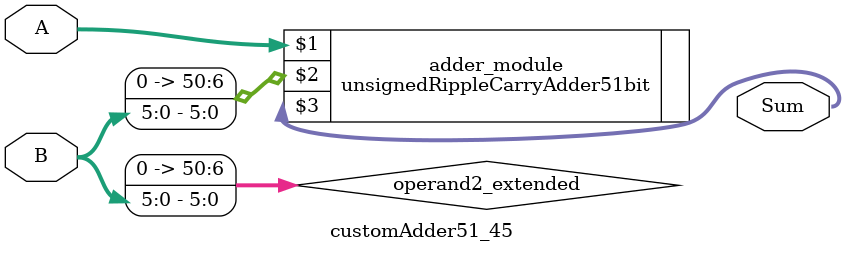
<source format=v>
module customAdder51_45(
                        input [50 : 0] A,
                        input [5 : 0] B,
                        
                        output [51 : 0] Sum
                );

        wire [50 : 0] operand2_extended;
        
        assign operand2_extended =  {45'b0, B};
        
        unsignedRippleCarryAdder51bit adder_module(
            A,
            operand2_extended,
            Sum
        );
        
        endmodule
        
</source>
